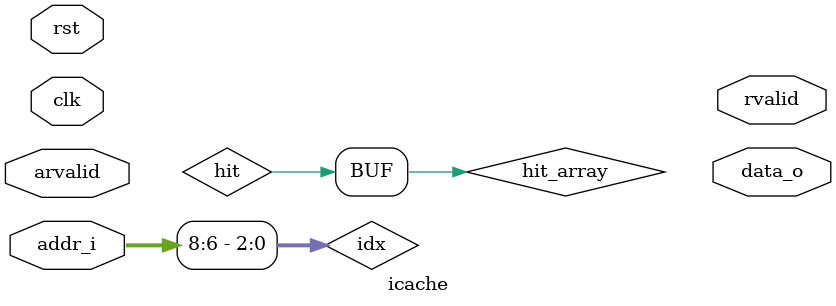
<source format=sv>
`include "defines.sv"


module icache(
  input    wire          clk,
  input    wire          rst,
  input    wire          arvalid,
  input    wire  [31:0]  addr_i,
  output   wire  [31:0]  data_o,
  output   wire          rvalid
);

  localparam nset = 8;
  localparam nway = 8;
  // icache data size = 8*8*64B = 4KB
  wire  [63:0] data [511:0];  // data array
  wire  [63:0] meta [511:0];  // meta array

  genvar i;
  generate
      for(i = 0; i < 64; i = i+1) begin
        Reg #(512,512'b0) u_reg_data(clk, rst, , data[i], );
      end
  endgenerate
  
  generate
    for(i = 0; i < 64; i = i+1) begin
      Reg #(25,25'b0) u_reg_meta(clk, rst, , meta[i], );
    end
  endgenerate

  reg [2:0] idx;
  reg       hit;
  reg [2:0] hway;
  always @(*) begin
    idx  = addr_i[8:6];
    hit  = 0;
    hway = 0;
    for(int w = 0; w < nway; w++) begin
      if(meta[idx*nset+w][23] && meta[idx*nset+w][22:0] == addr_i[31:9]) begin
        hit  = 1'b1;
        hway = w;
      end
    end
  end
  assign hit = &hit_array;

  reg  [2:0] state, next_state;
  localparam IDLE = 0, HIT = 1, MISS = 2;


  always @(posedge clk) begin
    if(rst) state <= IDLE;
    else    state <= next_state;
  end

  always @(*) begin
    case(state)
      IDLE:
        if(arvalid)
          if(hit)
            next_state = HIT;
          else
            next_state = MISS;
        else
          next_state = IDLE;
    endcase
  end

//   always @(posedge) begin

//   end

endmodule
</source>
